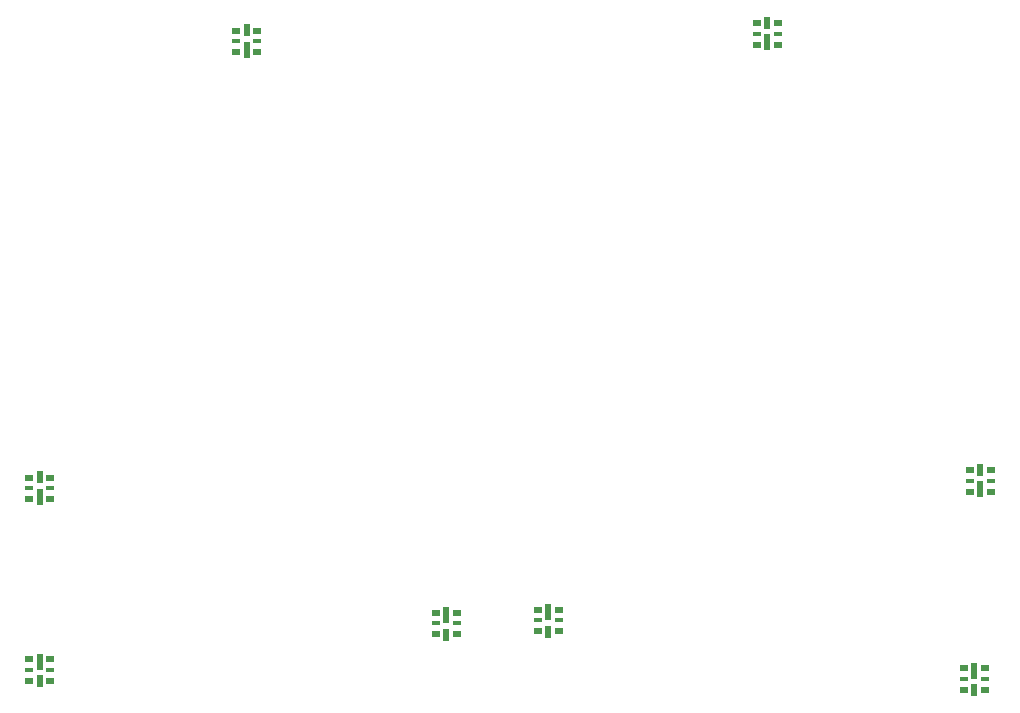
<source format=gbr>
G04 #@! TF.FileFunction,Paste,Top*
%FSLAX46Y46*%
G04 Gerber Fmt 4.6, Leading zero omitted, Abs format (unit mm)*
G04 Created by KiCad (PCBNEW 4.0.6) date 06/27/17 19:22:01*
%MOMM*%
%LPD*%
G01*
G04 APERTURE LIST*
%ADD10C,0.100000*%
%ADD11R,0.500000X1.000000*%
%ADD12R,0.500000X1.480000*%
%ADD13R,0.800000X0.500000*%
%ADD14R,0.800000X0.300000*%
G04 APERTURE END LIST*
D10*
D11*
X93345000Y-113731000D03*
D12*
X93345000Y-115381000D03*
D13*
X92445000Y-113781000D03*
D14*
X92445000Y-114681000D03*
D13*
X92445000Y-115581000D03*
X94245000Y-113781000D03*
X94245000Y-115581000D03*
D14*
X94245000Y-114681000D03*
D11*
X93345000Y-130998000D03*
D12*
X93345000Y-129348000D03*
D13*
X94245000Y-130948000D03*
D14*
X94245000Y-130048000D03*
D13*
X94245000Y-129148000D03*
X92445000Y-130948000D03*
X92445000Y-129148000D03*
D14*
X92445000Y-130048000D03*
D11*
X127762000Y-127061000D03*
D12*
X127762000Y-125411000D03*
D13*
X128662000Y-127011000D03*
D14*
X128662000Y-126111000D03*
D13*
X128662000Y-125211000D03*
X126862000Y-127011000D03*
X126862000Y-125211000D03*
D14*
X126862000Y-126111000D03*
D11*
X136398000Y-126807000D03*
D12*
X136398000Y-125157000D03*
D13*
X137298000Y-126757000D03*
D14*
X137298000Y-125857000D03*
D13*
X137298000Y-124957000D03*
X135498000Y-126757000D03*
X135498000Y-124957000D03*
D14*
X135498000Y-125857000D03*
D11*
X172466000Y-131760000D03*
D12*
X172466000Y-130110000D03*
D13*
X173366000Y-131710000D03*
D14*
X173366000Y-130810000D03*
D13*
X173366000Y-129910000D03*
X171566000Y-131710000D03*
X171566000Y-129910000D03*
D14*
X171566000Y-130810000D03*
D11*
X172974000Y-113096000D03*
D12*
X172974000Y-114746000D03*
D13*
X172074000Y-113146000D03*
D14*
X172074000Y-114046000D03*
D13*
X172074000Y-114946000D03*
X173874000Y-113146000D03*
X173874000Y-114946000D03*
D14*
X173874000Y-114046000D03*
D11*
X154940000Y-75250000D03*
D12*
X154940000Y-76900000D03*
D13*
X154040000Y-75300000D03*
D14*
X154040000Y-76200000D03*
D13*
X154040000Y-77100000D03*
X155840000Y-75300000D03*
X155840000Y-77100000D03*
D14*
X155840000Y-76200000D03*
D11*
X110870996Y-75885002D03*
D12*
X110870996Y-77535002D03*
D13*
X109970996Y-75935002D03*
D14*
X109970996Y-76835002D03*
D13*
X109970996Y-77735002D03*
X111770996Y-75935002D03*
X111770996Y-77735002D03*
D14*
X111770996Y-76835002D03*
M02*

</source>
